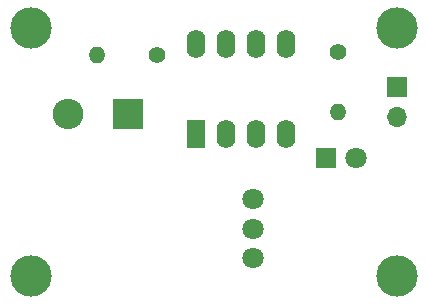
<source format=gbr>
%TF.GenerationSoftware,KiCad,Pcbnew,(5.1.12)-1*%
%TF.CreationDate,2023-08-14T15:24:16+05:30*%
%TF.ProjectId,low battery,6c6f7720-6261-4747-9465-72792e6b6963,rev?*%
%TF.SameCoordinates,Original*%
%TF.FileFunction,Copper,L1,Top*%
%TF.FilePolarity,Positive*%
%FSLAX46Y46*%
G04 Gerber Fmt 4.6, Leading zero omitted, Abs format (unit mm)*
G04 Created by KiCad (PCBNEW (5.1.12)-1) date 2023-08-14 15:24:16*
%MOMM*%
%LPD*%
G01*
G04 APERTURE LIST*
%TA.AperFunction,ComponentPad*%
%ADD10C,1.800000*%
%TD*%
%TA.AperFunction,ComponentPad*%
%ADD11R,1.800000X1.800000*%
%TD*%
%TA.AperFunction,ComponentPad*%
%ADD12O,1.400000X1.400000*%
%TD*%
%TA.AperFunction,ComponentPad*%
%ADD13C,1.400000*%
%TD*%
%TA.AperFunction,ComponentPad*%
%ADD14O,1.600000X2.400000*%
%TD*%
%TA.AperFunction,ComponentPad*%
%ADD15R,1.600000X2.400000*%
%TD*%
%TA.AperFunction,ComponentPad*%
%ADD16O,2.600000X2.600000*%
%TD*%
%TA.AperFunction,ComponentPad*%
%ADD17R,2.600000X2.600000*%
%TD*%
%TA.AperFunction,ComponentPad*%
%ADD18O,1.700000X1.700000*%
%TD*%
%TA.AperFunction,ComponentPad*%
%ADD19R,1.700000X1.700000*%
%TD*%
%TA.AperFunction,ViaPad*%
%ADD20C,3.500000*%
%TD*%
G04 APERTURE END LIST*
D10*
%TO.P,VR1,1*%
%TO.N,Net-(6V1-Pad1)*%
X119825000Y-87500000D03*
%TO.P,VR1,2*%
%TO.N,Net-(IC1-Pad2)*%
X119825000Y-90000000D03*
%TO.P,VR1,3*%
%TO.N,Earth*%
X119825000Y-92500000D03*
%TD*%
%TO.P,Red1,2*%
%TO.N,Net-(R2-Pad2)*%
X128540000Y-84000000D03*
D11*
%TO.P,Red1,1*%
%TO.N,Earth*%
X126000000Y-84000000D03*
%TD*%
D12*
%TO.P,R2,2*%
%TO.N,Net-(R2-Pad2)*%
X127000000Y-80080000D03*
D13*
%TO.P,R2,1*%
%TO.N,Net-(IC1-Pad6)*%
X127000000Y-75000000D03*
%TD*%
D12*
%TO.P,R1,2*%
%TO.N,Net-(D1-Pad1)*%
X106570000Y-75275000D03*
D13*
%TO.P,R1,1*%
%TO.N,Net-(6V1-Pad1)*%
X111650000Y-75275000D03*
%TD*%
D14*
%TO.P,IC1,8*%
%TO.N,Net-(IC1-Pad8)*%
X115000000Y-74380000D03*
%TO.P,IC1,4*%
%TO.N,Earth*%
X122620000Y-82000000D03*
%TO.P,IC1,7*%
%TO.N,Net-(6V1-Pad1)*%
X117540000Y-74380000D03*
%TO.P,IC1,3*%
%TO.N,Net-(D1-Pad1)*%
X120080000Y-82000000D03*
%TO.P,IC1,6*%
%TO.N,Net-(IC1-Pad6)*%
X120080000Y-74380000D03*
%TO.P,IC1,2*%
%TO.N,Net-(IC1-Pad2)*%
X117540000Y-82000000D03*
%TO.P,IC1,5*%
%TO.N,Net-(IC1-Pad5)*%
X122620000Y-74380000D03*
D15*
%TO.P,IC1,1*%
%TO.N,Net-(IC1-Pad1)*%
X115000000Y-82000000D03*
%TD*%
D16*
%TO.P,D1,2*%
%TO.N,Earth*%
X104170000Y-80300000D03*
D17*
%TO.P,D1,1*%
%TO.N,Net-(D1-Pad1)*%
X109250000Y-80300000D03*
%TD*%
D18*
%TO.P,6V1,2*%
%TO.N,Earth*%
X132000000Y-80540000D03*
D19*
%TO.P,6V1,1*%
%TO.N,Net-(6V1-Pad1)*%
X132000000Y-78000000D03*
%TD*%
D20*
%TO.N,*%
X101000000Y-73000000D03*
X101000000Y-94000000D03*
X132000000Y-94000000D03*
X132000000Y-73000000D03*
%TD*%
M02*

</source>
